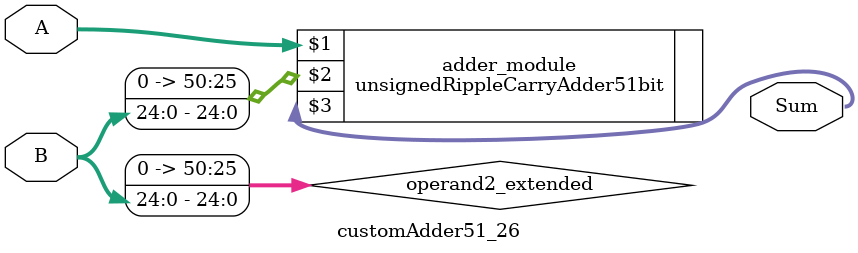
<source format=v>
module customAdder51_26(
                        input [50 : 0] A,
                        input [24 : 0] B,
                        
                        output [51 : 0] Sum
                );

        wire [50 : 0] operand2_extended;
        
        assign operand2_extended =  {26'b0, B};
        
        unsignedRippleCarryAdder51bit adder_module(
            A,
            operand2_extended,
            Sum
        );
        
        endmodule
        
</source>
